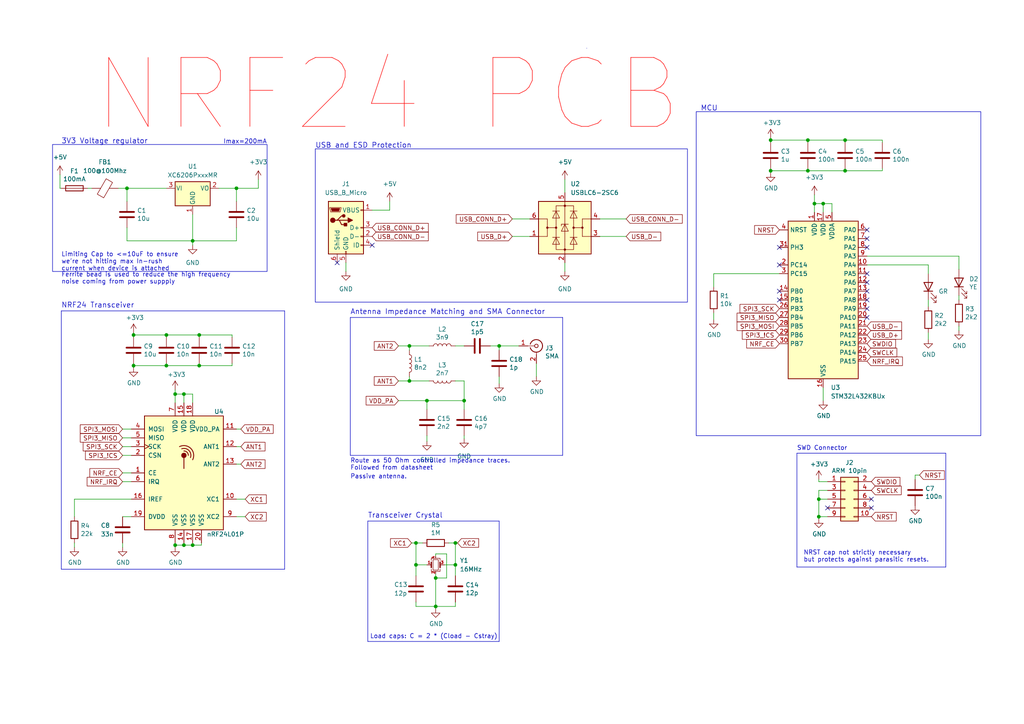
<source format=kicad_sch>
(kicad_sch (version 20230121) (generator eeschema)
  (paper "A4")
  (title_block (title "NRF32_PCB") (company "Shashank Noubade"))
  (lib_symbols
    (symbol "Connector:Conn_Coaxial" (pin_names (offset 1.016) hide)
      (property "Reference" "J" (at 0.254 3.048 0))
      (property "Value" "Conn_Coaxial" (at 2.921 0 90))
      (symbol "Conn_Coaxial_0_1"
        (arc (start -1.778 -0.508) (mid 0.2311 -1.8066) (end 1.778 0) (stroke (width 0.254)))
        (polyline (pts (xy -2.54 0) (xy -0.508 0)))
        (polyline (pts (xy 0 -2.54) (xy 0 -1.778)))
        (circle (center 0 0) (radius 0.508) (stroke (width 0.2032)))
        (arc (start 1.778 0) (mid 0.2099 1.8101) (end -1.778 0.508) (stroke (width 0.254)))
      )
      (symbol "Conn_Coaxial_1_1"
        (pin passive line (at -5.08 0 0) (length 2.54) (name "In") (number "1"))
        (pin passive line (at 0 -5.08 90) (length 2.54) (name "Ext") (number "2"))
      )
    )
    (symbol "Connector:USB_B_Micro" (pin_names (offset 1.016))
      (property "Reference" "J" (at -5.08 11.43 0))
      (property "Value" "USB_B_Micro" (at -5.08 8.89 0))
      (symbol "USB_B_Micro_0_1"
        (rectangle (start -5.08 -7.62) (end 5.08 7.62) (stroke (width 0.254)) (fill (type background)))
        (circle (center -3.81 2.159) (radius 0.635) (stroke (width 0.254)) (fill (type outline)))
        (circle (center -0.635 3.429) (radius 0.381) (stroke (width 0.254)) (fill (type outline)))
        (rectangle (start -0.127 -7.62) (end 0.127 -6.858))
        (polyline (pts (xy -1.905 2.159) (xy 0.635 2.159)) (stroke (width 0.254)))
        (polyline (pts (xy -3.175 2.159) (xy -2.54 2.159) (xy -1.27 3.429) (xy -0.635 3.429)) (stroke (width 0.254)))
        (polyline (pts (xy -2.54 2.159) (xy -1.905 2.159) (xy -1.27 0.889) (xy 0 0.889)) (stroke (width 0.254)))
        (polyline (pts (xy 0.635 2.794) (xy 0.635 1.524) (xy 1.905 2.159) (xy 0.635 2.794)) (stroke (width 0.254)) (fill (type outline)))
        (polyline (pts (xy -4.318 5.588) (xy -1.778 5.588) (xy -2.032 4.826) (xy -4.064 4.826) (xy -4.318 5.588)) (fill (type outline)))
        (polyline (pts (xy -4.699 5.842) (xy -4.699 5.588) (xy -4.445 4.826) (xy -4.445 4.572) (xy -1.651 4.572) (xy -1.651 4.826) (xy -1.397 5.588) (xy -1.397 5.842) (xy -4.699 5.842)))
        (rectangle (start 0.254 1.27) (end -0.508 0.508) (stroke (width 0.254)) (fill (type outline)))
        (rectangle (start 5.08 -5.207) (end 4.318 -4.953))
        (rectangle (start 5.08 -2.667) (end 4.318 -2.413))
        (rectangle (start 5.08 -0.127) (end 4.318 0.127))
        (rectangle (start 5.08 4.953) (end 4.318 5.207))
      )
      (symbol "USB_B_Micro_1_1"
        (pin power_out line (at 7.62 5.08 180) (length 2.54) (name "VBUS") (number "1"))
        (pin bidirectional line (at 7.62 -2.54 180) (length 2.54) (name "D-") (number "2"))
        (pin bidirectional line (at 7.62 0 180) (length 2.54) (name "D+") (number "3"))
        (pin passive line (at 7.62 -5.08 180) (length 2.54) (name "ID") (number "4"))
        (pin power_out line (at 0 -10.16 90) (length 2.54) (name "GND") (number "5"))
        (pin passive line (at -2.54 -10.16 90) (length 2.54) (name "Shield") (number "6"))
      )
    )
    (symbol "Connector_Generic:Conn_02x05_Odd_Even" (pin_names (offset 1.016) hide)
      (property "Reference" "J" (at 1.27 7.62 0))
      (property "Value" "Conn_02x05_Odd_Even" (at 1.27 -7.62 0))
      (symbol "Conn_02x05_Odd_Even_1_1"
        (rectangle (start -1.27 -4.953) (end 0 -5.207) (stroke (width 0.1524)))
        (rectangle (start -1.27 -2.413) (end 0 -2.667) (stroke (width 0.1524)))
        (rectangle (start -1.27 0.127) (end 0 -0.127) (stroke (width 0.1524)))
        (rectangle (start -1.27 2.667) (end 0 2.413) (stroke (width 0.1524)))
        (rectangle (start -1.27 5.207) (end 0 4.953) (stroke (width 0.1524)))
        (rectangle (start -1.27 6.35) (end 3.81 -6.35) (stroke (width 0.254)) (fill (type background)))
        (rectangle (start 3.81 -4.953) (end 2.54 -5.207) (stroke (width 0.1524)))
        (rectangle (start 3.81 -2.413) (end 2.54 -2.667) (stroke (width 0.1524)))
        (rectangle (start 3.81 0.127) (end 2.54 -0.127) (stroke (width 0.1524)))
        (rectangle (start 3.81 2.667) (end 2.54 2.413) (stroke (width 0.1524)))
        (rectangle (start 3.81 5.207) (end 2.54 4.953) (stroke (width 0.1524)))
        (pin passive line (at -5.08 5.08 0) (length 3.81) (name "Pin_1") (number "1"))
        (pin passive line (at 7.62 -5.08 180) (length 3.81) (name "Pin_10") (number "10"))
        (pin passive line (at 7.62 5.08 180) (length 3.81) (name "Pin_2") (number "2"))
        (pin passive line (at -5.08 2.54 0) (length 3.81) (name "Pin_3") (number "3"))
        (pin passive line (at 7.62 2.54 180) (length 3.81) (name "Pin_4") (number "4"))
        (pin passive line (at -5.08 0 0) (length 3.81) (name "Pin_5") (number "5"))
        (pin passive line (at 7.62 0 180) (length 3.81) (name "Pin_6") (number "6"))
        (pin passive line (at -5.08 -2.54 0) (length 3.81) (name "Pin_7") (number "7"))
        (pin passive line (at 7.62 -2.54 180) (length 3.81) (name "Pin_8") (number "8"))
        (pin passive line (at -5.08 -5.08 0) (length 3.81) (name "Pin_9") (number "9"))
      )
    )
    (symbol "Device:C" (pin_numbers hide) (pin_names (offset 0.254))
      (property "Reference" "C" (at 0.635 2.54 0))
      (property "Value" "C" (at 0.635 -2.54 0))
      (symbol "C_0_1"
        (polyline (pts (xy -2.032 -0.762) (xy 2.032 -0.762)) (stroke (width 0.508)))
        (polyline (pts (xy -2.032 0.762) (xy 2.032 0.762)) (stroke (width 0.508)))
      )
      (symbol "C_1_1"
        (pin passive line (at 0 3.81 270) (length 2.794) (name "~") (number "1"))
        (pin passive line (at 0 -3.81 90) (length 2.794) (name "~") (number "2"))
      )
    )
    (symbol "Device:Crystal_GND24_Small" (pin_names (offset 1.016) hide)
      (property "Reference" "Y" (at 1.27 4.445 0))
      (property "Value" "Crystal_GND24_Small" (at 1.27 2.54 0))
      (symbol "Crystal_GND24_Small_0_1"
        (rectangle (start -0.762 -1.524) (end 0.762 1.524))
        (polyline (pts (xy -1.27 -0.762) (xy -1.27 0.762)) (stroke (width 0.381)))
        (polyline (pts (xy 1.27 -0.762) (xy 1.27 0.762)) (stroke (width 0.381)))
        (polyline (pts (xy -1.27 -1.27) (xy -1.27 -1.905) (xy 1.27 -1.905) (xy 1.27 -1.27)))
        (polyline (pts (xy -1.27 1.27) (xy -1.27 1.905) (xy 1.27 1.905) (xy 1.27 1.27)))
      )
      (symbol "Crystal_GND24_Small_1_1"
        (pin passive line (at -2.54 0 0) (length 1.27) (name "1") (number "1"))
        (pin passive line (at 0 -2.54 90) (length 0.635) (name "2") (number "2"))
        (pin passive line (at 2.54 0 180) (length 1.27) (name "3") (number "3"))
        (pin passive line (at 0 2.54 270) (length 0.635) (name "4") (number "4"))
      )
    )
    (symbol "Device:FerriteBead" (pin_numbers hide) (pin_names (offset 0))
      (property "Reference" "FB" (at -3.81 0.635 90))
      (property "Value" "FerriteBead" (at 3.81 0 90))
      (symbol "FerriteBead_0_1"
        (polyline (pts (xy 0 -1.27) (xy 0 -1.2192)))
        (polyline (pts (xy 0 1.27) (xy 0 1.2954)))
        (polyline (pts (xy -2.7686 0.4064) (xy -1.7018 2.2606) (xy 2.7686 -0.3048) (xy 1.6764 -2.159) (xy -2.7686 0.4064)))
      )
      (symbol "FerriteBead_1_1"
        (pin passive line (at 0 3.81 270) (length 2.54) (name "~") (number "1"))
        (pin passive line (at 0 -3.81 90) (length 2.54) (name "~") (number "2"))
      )
    )
    (symbol "Device:Fuse" (pin_numbers hide) (pin_names (offset 0))
      (property "Reference" "F" (at 2.032 0 90))
      (property "Value" "Fuse" (at -1.905 0 90))
      (symbol "Fuse_0_1"
        (rectangle (start -0.762 -2.54) (end 0.762 2.54) (stroke (width 0.254)))
        (polyline (pts (xy 0 2.54) (xy 0 -2.54)))
      )
      (symbol "Fuse_1_1"
        (pin passive line (at 0 3.81 270) (length 1.27) (name "~") (number "1"))
        (pin passive line (at 0 -3.81 90) (length 1.27) (name "~") (number "2"))
      )
    )
    (symbol "Device:L" (pin_numbers hide) (pin_names (offset 1.016) hide)
      (property "Reference" "L" (at -1.27 0 90))
      (property "Value" "L" (at 1.905 0 90))
      (symbol "L_0_1"
        (arc (start 0 -2.54) (mid 0.6323 -1.905) (end 0 -1.27))
        (arc (start 0 -1.27) (mid 0.6323 -0.635) (end 0 0))
        (arc (start 0 0) (mid 0.6323 0.635) (end 0 1.27))
        (arc (start 0 1.27) (mid 0.6323 1.905) (end 0 2.54))
      )
      (symbol "L_1_1"
        (pin passive line (at 0 3.81 270) (length 1.27) (name "1") (number "1"))
        (pin passive line (at 0 -3.81 90) (length 1.27) (name "2") (number "2"))
      )
    )
    (symbol "Device:LED" (pin_numbers hide) (pin_names (offset 1.016) hide)
      (property "Reference" "D" (at 0 2.54 0))
      (property "Value" "LED" (at 0 -2.54 0))
      (symbol "LED_0_1"
        (polyline (pts (xy -1.27 -1.27) (xy -1.27 1.27)) (stroke (width 0.254)))
        (polyline (pts (xy -1.27 0) (xy 1.27 0)))
        (polyline (pts (xy 1.27 -1.27) (xy 1.27 1.27) (xy -1.27 0) (xy 1.27 -1.27)) (stroke (width 0.254)))
        (polyline (pts (xy -3.048 -0.762) (xy -4.572 -2.286) (xy -3.81 -2.286) (xy -4.572 -2.286) (xy -4.572 -1.524)))
        (polyline (pts (xy -1.778 -0.762) (xy -3.302 -2.286) (xy -2.54 -2.286) (xy -3.302 -2.286) (xy -3.302 -1.524)))
      )
      (symbol "LED_1_1"
        (pin passive line (at -3.81 0 0) (length 2.54) (name "K") (number "1"))
        (pin passive line (at 3.81 0 180) (length 2.54) (name "A") (number "2"))
      )
    )
    (symbol "Device:R" (pin_numbers hide) (pin_names (offset 0))
      (property "Reference" "R" (at 2.032 0 90))
      (property "Value" "R" (at 0 0 90))
      (symbol "R_0_1"
        (rectangle (start -1.016 -2.54) (end 1.016 2.54) (stroke (width 0.254)))
      )
      (symbol "R_1_1"
        (pin passive line (at 0 3.81 270) (length 1.27) (name "~") (number "1"))
        (pin passive line (at 0 -3.81 90) (length 1.27) (name "~") (number "2"))
      )
    )
    (symbol "MCU_ST_STM32L4:STM32L432KBUx"
      (property "Reference" "U" (at -10.16 24.13 0))
      (property "Value" "STM32L432KBUx" (at 5.08 24.13 0))
      (symbol "STM32L432KBUx_0_1"
        (rectangle (start -10.16 -22.86) (end 10.16 22.86) (stroke (width 0.254)) (fill (type background)))
      )
      (symbol "STM32L432KBUx_1_1"
        (pin power_in line (at -2.54 25.4 270) (length 2.54) (name "VDD") (number "1"))
        (pin bidirectional line (at 12.7 10.16 180) (length 2.54) (name "PA4") (number "10"))
        (pin bidirectional line (at 12.7 7.62 180) (length 2.54) (name "PA5") (number "11"))
        (pin bidirectional line (at 12.7 5.08 180) (length 2.54) (name "PA6") (number "12"))
        (pin bidirectional line (at 12.7 2.54 180) (length 2.54) (name "PA7") (number "13"))
        (pin bidirectional line (at -12.7 2.54 0) (length 2.54) (name "PB0") (number "14"))
        (pin bidirectional line (at -12.7 0 0) (length 2.54) (name "PB1") (number "15"))
        (pin power_in line (at 0 -25.4 90) (length 2.54) (name "VSS") (number "16"))
        (pin power_in line (at 0 25.4 270) (length 2.54) (name "VDD") (number "17"))
        (pin bidirectional line (at 12.7 0 180) (length 2.54) (name "PA8") (number "18"))
        (pin bidirectional line (at 12.7 -2.54 180) (length 2.54) (name "PA9") (number "19"))
        (pin bidirectional line (at -12.7 10.16 0) (length 2.54) (name "PC14") (number "2"))
        (pin bidirectional line (at 12.7 -5.08 180) (length 2.54) (name "PA10") (number "20"))
        (pin bidirectional line (at 12.7 -7.62 180) (length 2.54) (name "PA11") (number "21"))
        (pin bidirectional line (at 12.7 -10.16 180) (length 2.54) (name "PA12") (number "22"))
        (pin bidirectional line (at 12.7 -12.7 180) (length 2.54) (name "PA13") (number "23"))
        (pin bidirectional line (at 12.7 -15.24 180) (length 2.54) (name "PA14") (number "24"))
        (pin bidirectional line (at 12.7 -17.78 180) (length 2.54) (name "PA15") (number "25"))
        (pin bidirectional line (at -12.7 -2.54 0) (length 2.54) (name "PB3") (number "26"))
        (pin bidirectional line (at -12.7 -5.08 0) (length 2.54) (name "PB4") (number "27"))
        (pin bidirectional line (at -12.7 -7.62 0) (length 2.54) (name "PB5") (number "28"))
        (pin bidirectional line (at -12.7 -10.16 0) (length 2.54) (name "PB6") (number "29"))
        (pin bidirectional line (at -12.7 7.62 0) (length 2.54) (name "PC15") (number "3"))
        (pin bidirectional line (at -12.7 -12.7 0) (length 2.54) (name "PB7") (number "30"))
        (pin bidirectional line (at -12.7 15.24 0) (length 2.54) (name "PH3") (number "31"))
        (pin passive line (at 0 -25.4 90) (length 2.54) hide (name "VSS") (number "32"))
        (pin passive line (at 0 -25.4 90) (length 2.54) hide (name "VSS") (number "33"))
        (pin input line (at -12.7 20.32 0) (length 2.54) (name "NRST") (number "4"))
        (pin power_in line (at 2.54 25.4 270) (length 2.54) (name "VDDA") (number "5"))
        (pin bidirectional line (at 12.7 20.32 180) (length 2.54) (name "PA0") (number "6"))
        (pin bidirectional line (at 12.7 17.78 180) (length 2.54) (name "PA1") (number "7"))
        (pin bidirectional line (at 12.7 15.24 180) (length 2.54) (name "PA2") (number "8"))
        (pin bidirectional line (at 12.7 12.7 180) (length 2.54) (name "PA3") (number "9"))
      )
    )
    (symbol "Power_Protection:USBLC6-2SC6" (pin_names hide)
      (property "Reference" "U" (at 2.54 8.89 0))
      (property "Value" "USBLC6-2SC6" (at 2.54 -8.89 0))
      (symbol "USBLC6-2SC6_0_1"
        (rectangle (start -7.62 -7.62) (end 7.62 7.62) (stroke (width 0.254)) (fill (type background)))
        (circle (center -5.08 0) (radius 0.254) (fill (type outline)))
        (circle (center -2.54 0) (radius 0.254) (fill (type outline)))
        (rectangle (start -2.54 6.35) (end 2.54 -6.35))
        (circle (center 0 -6.35) (radius 0.254) (fill (type outline)))
        (polyline (pts (xy -5.08 -2.54) (xy -7.62 -2.54)))
        (polyline (pts (xy -5.08 0) (xy -5.08 -2.54)))
        (polyline (pts (xy -5.08 2.54) (xy -7.62 2.54)))
        (polyline (pts (xy -1.524 -2.794) (xy -3.556 -2.794)))
        (polyline (pts (xy -1.524 4.826) (xy -3.556 4.826)))
        (polyline (pts (xy 0 -7.62) (xy 0 -6.35)))
        (polyline (pts (xy 0 -6.35) (xy 0 1.27)))
        (polyline (pts (xy 0 1.27) (xy 0 6.35)))
        (polyline (pts (xy 0 6.35) (xy 0 7.62)))
        (polyline (pts (xy 1.524 -2.794) (xy 3.556 -2.794)))
        (polyline (pts (xy 1.524 4.826) (xy 3.556 4.826)))
        (polyline (pts (xy 5.08 -2.54) (xy 7.62 -2.54)))
        (polyline (pts (xy 5.08 0) (xy 5.08 -2.54)))
        (polyline (pts (xy 5.08 2.54) (xy 7.62 2.54)))
        (polyline (pts (xy -2.54 0) (xy -5.08 0) (xy -5.08 2.54)))
        (polyline (pts (xy 2.54 0) (xy 5.08 0) (xy 5.08 2.54)))
        (polyline (pts (xy -3.556 -4.826) (xy -1.524 -4.826) (xy -2.54 -2.794) (xy -3.556 -4.826)))
        (polyline (pts (xy -3.556 2.794) (xy -1.524 2.794) (xy -2.54 4.826) (xy -3.556 2.794)))
        (polyline (pts (xy -1.016 -1.016) (xy 1.016 -1.016) (xy 0 1.016) (xy -1.016 -1.016)))
        (polyline (pts (xy 1.016 1.016) (xy 0.762 1.016) (xy -1.016 1.016) (xy -1.016 0.508)))
        (polyline (pts (xy 3.556 -4.826) (xy 1.524 -4.826) (xy 2.54 -2.794) (xy 3.556 -4.826)))
        (polyline (pts (xy 3.556 2.794) (xy 1.524 2.794) (xy 2.54 4.826) (xy 3.556 2.794)))
        (circle (center 0 6.35) (radius 0.254) (fill (type outline)))
        (circle (center 2.54 0) (radius 0.254) (fill (type outline)))
        (circle (center 5.08 0) (radius 0.254) (fill (type outline)))
      )
      (symbol "USBLC6-2SC6_1_1"
        (pin passive line (at -10.16 -2.54 0) (length 2.54) (name "I/O1") (number "1"))
        (pin passive line (at 0 -10.16 90) (length 2.54) (name "GND") (number "2"))
        (pin passive line (at 10.16 -2.54 180) (length 2.54) (name "I/O2") (number "3"))
        (pin passive line (at 10.16 2.54 180) (length 2.54) (name "I/O2") (number "4"))
        (pin passive line (at 0 10.16 270) (length 2.54) (name "VBUS") (number "5"))
        (pin passive line (at -10.16 2.54 0) (length 2.54) (name "I/O1") (number "6"))
      )
    )
    (symbol "RF:nRF24L01P" (pin_names (offset 1.016))
      (property "Reference" "U" (at -11.43 17.78 0))
      (property "Value" "nRF24L01P" (at 5.08 17.78 0))
      (symbol "nRF24L01P_0_1"
        (rectangle (start -11.43 16.51) (end 11.43 -16.51) (stroke (width 0.254)) (fill (type background)))
        (polyline (pts (xy 0 4.445) (xy 0 1.27)) (stroke (width 0.254)))
        (circle (center 0 5.08) (radius 0.635) (stroke (width 0.254)) (fill (type outline)))
        (arc (start 1.27 5.08) (mid 0.9071 5.9946) (end 0 6.35) (stroke (width 0.254)))
        (arc (start 1.905 4.445) (mid 1.4313 6.5254) (end -0.635 6.985) (stroke (width 0.254)))
        (arc (start 2.54 3.81) (mid 2.008 7.088) (end -1.27 7.62) (stroke (width 0.254)))
        (rectangle (start 11.43 -13.97) (end 11.43 -13.97))
      )
      (symbol "nRF24L01P_1_1"
        (pin input line (at -15.24 0 0) (length 3.81) (name "CE") (number "1"))
        (pin passive line (at 15.24 -7.62 180) (length 3.81) (name "XC1") (number "10"))
        (pin power_out line (at 15.24 12.7 180) (length 3.81) (name "VDD_PA") (number "11"))
        (pin passive line (at 15.24 7.62 180) (length 3.81) (name "ANT1") (number "12"))
        (pin passive line (at 15.24 2.54 180) (length 3.81) (name "ANT2") (number "13"))
        (pin power_in line (at 0 -20.32 90) (length 3.81) (name "VSS") (number "14"))
        (pin power_in line (at 0 20.32 270) (length 3.81) (name "VDD") (number "15"))
        (pin passive line (at -15.24 -7.62 0) (length 3.81) (name "IREF") (number "16"))
        (pin power_in line (at 2.54 -20.32 90) (length 3.81) (name "VSS") (number "17"))
        (pin power_in line (at 2.54 20.32 270) (length 3.81) (name "VDD") (number "18"))
        (pin power_out line (at -15.24 -12.7 0) (length 3.81) (name "DVDD") (number "19"))
        (pin input line (at -15.24 5.08 0) (length 3.81) (name "CSN") (number "2"))
        (pin power_in line (at 5.08 -20.32 90) (length 3.81) (name "VSS") (number "20"))
        (pin input clock (at -15.24 7.62 0) (length 3.81) (name "SCK") (number "3"))
        (pin input line (at -15.24 12.7 0) (length 3.81) (name "MOSI") (number "4"))
        (pin output line (at -15.24 10.16 0) (length 3.81) (name "MISO") (number "5"))
        (pin output line (at -15.24 -2.54 0) (length 3.81) (name "IRQ") (number "6"))
        (pin power_in line (at -2.54 20.32 270) (length 3.81) (name "VDD") (number "7"))
        (pin power_in line (at -2.54 -20.32 90) (length 3.81) (name "VSS") (number "8"))
        (pin passive line (at 15.24 -12.7 180) (length 3.81) (name "XC2") (number "9"))
      )
    )
    (symbol "Regulator_Linear:XC6206PxxxMR" (pin_names (offset 0.254))
      (property "Reference" "U" (at -3.81 3.175 0))
      (property "Value" "XC6206PxxxMR" (at 0 3.175 0))
      (symbol "XC6206PxxxMR_0_1"
        (rectangle (start -5.08 1.905) (end 5.08 -5.08) (stroke (width 0.254)) (fill (type background)))
      )
      (symbol "XC6206PxxxMR_1_1"
        (pin power_in line (at 0 -7.62 90) (length 2.54) (name "GND") (number "1"))
        (pin power_out line (at 7.62 0 180) (length 2.54) (name "VO") (number "2"))
        (pin power_in line (at -7.62 0 0) (length 2.54) (name "VI") (number "3"))
      )
    )
    (symbol "power:+3V3" (power) (pin_names (offset 0))
      (property "Value" "+3V3" (at 0 3.556 0))
      (symbol "+3V3_0_1"
        (polyline (pts (xy -0.762 1.27) (xy 0 2.54)))
        (polyline (pts (xy 0 0) (xy 0 2.54)))
        (polyline (pts (xy 0 2.54) (xy 0.762 1.27)))
      )
      (symbol "+3V3_1_1"
        (pin power_in line (at 0 0 90) (length 0) hide (name "+3V3") (number "1"))
      )
    )
    (symbol "power:+5V" (power) (pin_names (offset 0))
      (property "Value" "+5V" (at 0 3.556 0))
      (symbol "+5V_0_1"
        (polyline (pts (xy -0.762 1.27) (xy 0 2.54)))
        (polyline (pts (xy 0 0) (xy 0 2.54)))
        (polyline (pts (xy 0 2.54) (xy 0.762 1.27)))
      )
      (symbol "+5V_1_1"
        (pin power_in line (at 0 0 90) (length 0) hide (name "+5V") (number "1"))
      )
    )
    (symbol "power:GND" (power) (pin_names (offset 0))
      (property "Value" "GND" (at 0 -3.81 0))
      (symbol "GND_0_1"
        (polyline (pts (xy 0 0) (xy 0 -1.27) (xy 1.27 -1.27) (xy 0 -2.54) (xy -1.27 -1.27) (xy 0 -1.27)))
      )
      (symbol "GND_1_1"
        (pin power_in line (at 0 0 270) (length 0) hide (name "GND") (number "1"))
      )
    )
  )
  (junction (at 234.315 40.64))
  (junction (at 53.34 114.3))
  (junction (at 53.34 158.115))
  (junction (at 55.88 69.85))
  (junction (at 237.49 149.86))
  (junction (at 126.365 175.895))
  (junction (at 68.58 54.61))
  (junction (at 245.11 49.53))
  (junction (at 123.825 116.205))
  (junction (at 126.365 167.64))
  (junction (at 57.785 97.155))
  (junction (at 120.65 163.83))
  (junction (at 57.785 106.045))
  (junction (at 118.745 110.49))
  (junction (at 132.08 157.48))
  (junction (at 237.49 144.78))
  (junction (at 134.62 116.205))
  (junction (at 223.52 49.53))
  (junction (at 223.52 40.64))
  (junction (at 38.735 97.155))
  (junction (at 38.735 106.045))
  (junction (at 234.315 49.53))
  (junction (at 132.08 163.83))
  (junction (at 120.65 157.48))
  (junction (at 50.8 158.115))
  (junction (at 245.11 40.64))
  (junction (at 36.83 54.61))
  (junction (at 48.26 106.045))
  (junction (at 118.745 100.33))
  (junction (at 55.88 158.115))
  (junction (at 50.8 114.3))
  (junction (at 236.22 59.055))
  (junction (at 48.26 97.155))
  (junction (at 238.76 59.055))
  (junction (at 144.78 100.33))
  (no_connect (at 107.95 71.12))
  (no_connect (at 97.79 76.2))
  (no_connect (at 226.06 84.455))
  (no_connect (at 252.73 147.32))
  (no_connect (at 251.46 89.535))
  (no_connect (at 251.46 92.075))
  (no_connect (at 251.46 66.675))
  (no_connect (at 226.06 76.835))
  (no_connect (at 251.46 79.375))
  (no_connect (at 226.06 71.755))
  (no_connect (at 251.46 71.755))
  (no_connect (at 252.73 144.78))
  (no_connect (at 251.46 86.995))
  (no_connect (at 251.46 84.455))
  (no_connect (at 226.06 86.995))
  (no_connect (at 251.46 81.915))
  (no_connect (at 240.03 147.32))
  (no_connect (at 251.46 69.215))
  (wire (pts (xy 17.399 54.61) (xy 17.78 54.61)))
  (wire (pts (xy 100.33 76.2) (xy 100.33 78.74)))
  (wire (pts (xy 115.57 100.33) (xy 118.745 100.33)))
  (wire (pts (xy 25.4 54.61) (xy 26.67 54.61)))
  (wire (pts (xy 58.42 157.48) (xy 58.42 158.115)))
  (wire (pts (xy 269.24 76.835) (xy 269.24 79.375)))
  (wire (pts (xy 35.56 129.54) (xy 38.1 129.54)))
  (wire (pts (xy 69.85 124.46) (xy 68.58 124.46)))
  (wire (pts (xy 245.11 40.64) (xy 234.315 40.64)))
  (wire (pts (xy 132.715 157.48) (xy 132.08 157.48)))
  (wire (pts (xy 173.99 68.58) (xy 181.61 68.58)))
  (wire (pts (xy 134.62 110.49) (xy 132.08 110.49)))
  (wire (pts (xy 269.24 88.9) (xy 269.24 86.995)))
  (wire (pts (xy 124.46 100.33) (xy 118.745 100.33)))
  (wire (pts (xy 69.85 129.54) (xy 68.58 129.54)))
  (wire (pts (xy 123.825 118.745) (xy 123.825 116.205)))
  (wire (pts (xy 207.01 79.375) (xy 207.01 83.185)))
  (polyline (pts (xy 17.78 165.1) (xy 82.55 165.1)))
  (wire (pts (xy 150.495 100.33) (xy 144.78 100.33)))
  (wire (pts (xy 36.83 66.04) (xy 36.83 69.85)))
  (wire (pts (xy 132.08 167.005) (xy 132.08 163.83)))
  (wire (pts (xy 38.735 97.79) (xy 38.735 97.155)))
  (wire (pts (xy 234.315 40.64) (xy 223.52 40.64)))
  (wire (pts (xy 50.8 158.115) (xy 50.8 157.48)))
  (wire (pts (xy 266.7 137.795) (xy 265.43 137.795)))
  (wire (pts (xy 53.34 157.48) (xy 53.34 158.115)))
  (wire (pts (xy 123.825 116.205) (xy 134.62 116.205)))
  (wire (pts (xy 134.62 110.49) (xy 134.62 116.205)))
  (wire (pts (xy 148.59 68.58) (xy 153.67 68.58)))
  (wire (pts (xy 38.735 106.045) (xy 48.26 106.045)))
  (wire (pts (xy 48.26 105.41) (xy 48.26 106.045)))
  (wire (pts (xy 144.78 109.22) (xy 144.78 111.252)))
  (polyline (pts (xy 231.14 164.465) (xy 274.32 164.465)))
  (wire (pts (xy 55.88 62.23) (xy 55.88 69.85)))
  (wire (pts (xy 50.8 114.3) (xy 50.8 113.03)))
  (wire (pts (xy 21.59 144.78) (xy 38.1 144.78)))
  (polyline (pts (xy 101.6 92.075) (xy 163.195 92.075)))
  (wire (pts (xy 55.88 158.115) (xy 53.34 158.115)))
  (wire (pts (xy 67.31 97.79) (xy 67.31 97.155)))
  (wire (pts (xy 241.3 59.055) (xy 238.76 59.055)))
  (wire (pts (xy 57.785 97.79) (xy 57.785 97.155)))
  (wire (pts (xy 35.56 127) (xy 38.1 127)))
  (wire (pts (xy 237.49 150.495) (xy 237.49 149.86)))
  (wire (pts (xy 278.13 85.725) (xy 278.13 86.995)))
  (wire (pts (xy 223.52 41.275) (xy 223.52 40.64)))
  (wire (pts (xy 35.56 139.7) (xy 38.1 139.7)))
  (wire (pts (xy 163.83 52.07) (xy 163.83 55.88)))
  (wire (pts (xy 68.58 58.42) (xy 68.58 54.61)))
  (wire (pts (xy 223.52 40.64) (xy 223.52 40.005)))
  (wire (pts (xy 245.11 48.895) (xy 245.11 49.53)))
  (wire (pts (xy 48.26 97.79) (xy 48.26 97.155)))
  (wire (pts (xy 255.905 48.895) (xy 255.905 49.53)))
  (wire (pts (xy 237.49 139.065) (xy 237.49 139.7)))
  (wire (pts (xy 238.76 112.395) (xy 238.76 116.205)))
  (wire (pts (xy 120.65 163.83) (xy 120.65 167.005)))
  (wire (pts (xy 67.31 106.045) (xy 67.31 105.41)))
  (wire (pts (xy 134.62 100.33) (xy 132.08 100.33)))
  (wire (pts (xy 35.56 158.75) (xy 35.56 157.48)))
  (wire (pts (xy 237.49 142.24) (xy 240.03 142.24)))
  (wire (pts (xy 278.13 78.105) (xy 278.13 74.295)))
  (wire (pts (xy 50.8 114.3) (xy 50.8 116.84)))
  (wire (pts (xy 237.49 144.78) (xy 237.49 142.24)))
  (wire (pts (xy 55.88 157.48) (xy 55.88 158.115)))
  (wire (pts (xy 236.22 59.055) (xy 236.22 61.595)))
  (wire (pts (xy 57.785 106.045) (xy 67.31 106.045)))
  (wire (pts (xy 36.83 69.85) (xy 55.88 69.85)))
  (wire (pts (xy 35.56 132.08) (xy 38.1 132.08)))
  (wire (pts (xy 48.26 106.045) (xy 57.785 106.045)))
  (wire (pts (xy 38.735 106.045) (xy 38.735 105.41)))
  (wire (pts (xy 21.59 158.75) (xy 21.59 157.48)))
  (wire (pts (xy 226.06 79.375) (xy 207.01 79.375)))
  (wire (pts (xy 55.88 116.84) (xy 55.88 114.3)))
  (wire (pts (xy 251.46 76.835) (xy 269.24 76.835)))
  (wire (pts (xy 255.905 41.275) (xy 255.905 40.64)))
  (wire (pts (xy 278.13 94.615) (xy 278.13 95.885)))
  (polyline (pts (xy 144.78 151.13) (xy 144.78 186.055)))
  (polyline (pts (xy 17.78 90.17) (xy 82.55 90.17)))
  (wire (pts (xy 269.24 96.52) (xy 269.24 98.425)))
  (polyline (pts (xy 17.78 165.1) (xy 17.78 90.17)))
  (wire (pts (xy 130.175 157.48) (xy 132.08 157.48)))
  (wire (pts (xy 58.42 158.115) (xy 55.88 158.115)))
  (wire (pts (xy 238.76 59.055) (xy 236.22 59.055)))
  (wire (pts (xy 163.83 76.2) (xy 163.83 78.74)))
  (wire (pts (xy 113.03 60.96) (xy 107.95 60.96)))
  (wire (pts (xy 237.49 139.7) (xy 240.03 139.7)))
  (wire (pts (xy 71.12 149.86) (xy 68.58 149.86)))
  (wire (pts (xy 128.905 163.83) (xy 132.08 163.83)))
  (wire (pts (xy 119.38 157.48) (xy 120.65 157.48)))
  (wire (pts (xy 68.58 54.61) (xy 74.93 54.61)))
  (wire (pts (xy 132.08 157.48) (xy 132.08 163.83)))
  (wire (pts (xy 237.49 149.86) (xy 237.49 144.78)))
  (wire (pts (xy 129.54 160.655) (xy 129.54 167.64)))
  (wire (pts (xy 115.57 110.49) (xy 118.745 110.49)))
  (wire (pts (xy 236.22 56.515) (xy 236.22 59.055)))
  (wire (pts (xy 21.59 149.86) (xy 21.59 144.78)))
  (wire (pts (xy 255.905 40.64) (xy 245.11 40.64)))
  (wire (pts (xy 238.76 61.595) (xy 238.76 59.055)))
  (wire (pts (xy 265.43 137.795) (xy 265.43 139.065)))
  (wire (pts (xy 35.56 124.46) (xy 38.1 124.46)))
  (wire (pts (xy 120.65 157.48) (xy 120.65 163.83)))
  (wire (pts (xy 123.825 116.205) (xy 115.57 116.205)))
  (wire (pts (xy 134.62 126.365) (xy 134.62 127.254)))
  (wire (pts (xy 132.08 175.895) (xy 132.08 174.625)))
  (wire (pts (xy 53.34 158.115) (xy 50.8 158.115)))
  (wire (pts (xy 255.905 49.53) (xy 245.11 49.53)))
  (polyline (pts (xy 106.68 151.13) (xy 144.78 151.13)))
  (wire (pts (xy 241.3 61.595) (xy 241.3 59.055)))
  (wire (pts (xy 68.58 66.04) (xy 68.58 69.85)))
  (wire (pts (xy 126.365 167.64) (xy 126.365 175.895)))
  (wire (pts (xy 122.555 157.48) (xy 120.65 157.48)))
  (wire (pts (xy 69.85 134.62) (xy 68.58 134.62)))
  (wire (pts (xy 53.34 114.3) (xy 53.34 116.84)))
  (wire (pts (xy 126.365 175.895) (xy 132.08 175.895)))
  (wire (pts (xy 35.56 137.16) (xy 38.1 137.16)))
  (polyline (pts (xy 231.14 164.465) (xy 231.14 131.445)))
  (wire (pts (xy 223.52 50.165) (xy 223.52 49.53)))
  (wire (pts (xy 148.59 63.5) (xy 153.67 63.5)))
  (wire (pts (xy 126.365 160.655) (xy 129.54 160.655)))
  (wire (pts (xy 234.315 41.275) (xy 234.315 40.64)))
  (wire (pts (xy 57.785 97.155) (xy 48.26 97.155)))
  (wire (pts (xy 134.62 116.205) (xy 134.62 118.745)))
  (wire (pts (xy 57.785 105.41) (xy 57.785 106.045)))
  (wire (pts (xy 55.88 114.3) (xy 53.34 114.3)))
  (polyline (pts (xy 82.55 90.17) (xy 82.55 165.1)))
  (wire (pts (xy 36.83 54.61) (xy 48.26 54.61)))
  (wire (pts (xy 53.34 114.3) (xy 50.8 114.3)))
  (wire (pts (xy 55.88 69.85) (xy 55.88 71.12)))
  (wire (pts (xy 38.735 106.68) (xy 38.735 106.045)))
  (wire (pts (xy 113.03 58.42) (xy 113.03 60.96)))
  (wire (pts (xy 223.52 49.53) (xy 223.52 48.895)))
  (wire (pts (xy 123.825 126.365) (xy 123.825 128.016)))
  (wire (pts (xy 245.11 41.275) (xy 245.11 40.64)))
  (wire (pts (xy 278.13 74.295) (xy 251.46 74.295)))
  (wire (pts (xy 71.12 144.78) (xy 68.58 144.78)))
  (wire (pts (xy 36.83 54.61) (xy 36.83 58.42)))
  (wire (pts (xy 126.365 175.895) (xy 120.65 175.895)))
  (wire (pts (xy 50.8 158.75) (xy 50.8 158.115)))
  (wire (pts (xy 126.365 176.53) (xy 126.365 175.895)))
  (wire (pts (xy 173.99 63.5) (xy 181.61 63.5)))
  (wire (pts (xy 48.26 97.155) (xy 38.735 97.155)))
  (wire (pts (xy 234.315 49.53) (xy 223.52 49.53)))
  (polyline (pts (xy 106.68 186.055) (xy 106.68 151.13)))
  (polyline (pts (xy 101.6 132.08) (xy 163.195 132.08)))
  (wire (pts (xy 120.65 163.83) (xy 123.825 163.83)))
  (wire (pts (xy 129.54 167.64) (xy 126.365 167.64)))
  (wire (pts (xy 118.745 110.49) (xy 118.745 109.22)))
  (wire (pts (xy 38.735 97.155) (xy 38.735 96.52)))
  (wire (pts (xy 245.11 49.53) (xy 234.315 49.53)))
  (wire (pts (xy 126.365 161.29) (xy 126.365 160.655)))
  (wire (pts (xy 155.575 105.41) (xy 155.575 109.22)))
  (wire (pts (xy 17.399 50.673) (xy 17.399 54.61)))
  (wire (pts (xy 74.93 54.61) (xy 74.93 52.07)))
  (wire (pts (xy 234.315 48.895) (xy 234.315 49.53)))
  (polyline (pts (xy 163.195 132.08) (xy 163.195 92.075)))
  (wire (pts (xy 67.31 97.155) (xy 57.785 97.155)))
  (wire (pts (xy 144.78 101.6) (xy 144.78 100.33)))
  (wire (pts (xy 144.78 100.33) (xy 142.24 100.33)))
  (wire (pts (xy 63.5 54.61) (xy 68.58 54.61)))
  (polyline (pts (xy 274.32 131.445) (xy 274.32 164.465)))
  (wire (pts (xy 124.46 110.49) (xy 118.745 110.49)))
  (polyline (pts (xy 231.14 131.445) (xy 274.32 131.445)))
  (wire (pts (xy 118.745 100.33) (xy 118.745 101.6)))
  (wire (pts (xy 126.365 166.37) (xy 126.365 167.64)))
  (polyline (pts (xy 106.68 186.055) (xy 144.78 186.055)))
  (wire (pts (xy 237.49 144.78) (xy 240.03 144.78)))
  (wire (pts (xy 240.03 149.86) (xy 237.49 149.86)))
  (wire (pts (xy 207.01 92.71) (xy 207.01 90.805)))
  (wire (pts (xy 120.65 175.895) (xy 120.65 174.625)))
  (wire (pts (xy 34.29 54.61) (xy 36.83 54.61)))
  (wire (pts (xy 68.58 69.85) (xy 55.88 69.85)))
  (wire (pts (xy 35.56 149.86) (xy 38.1 149.86)))
  (polyline (pts (xy 101.6 132.08) (xy 101.6 92.075)))
  (rectangle (start 170.18 13.97) (end 170.18 13.97))
  (rectangle (start 201.93 32.385) (end 284.48 126.365))
  (rectangle (start 91.44 43.18) (end 199.39 87.63))
  (rectangle (start 15.24 41.91) (end 77.47 78.74))
  (text "3V3 Voltage regulator\n" (at 17.78 41.91 0) (effects (font (size 1.5 1.5)) (justify left bottom)))
  (text "Antenna Impedance Matching and SMA Connector" (at 101.6 91.44 0) (effects (font (size 1.5 1.5)) (justify left bottom)))
  (text "Load caps: C = 2 * (Cload - Cstray)" (at 107.315 185.42 0) (effects (font (size 1.27 1.27)) (justify left bottom)))
  (text "Passive antenna." (at 101.6 139.065 0) (effects (font (size 1.27 1.27)) (justify left bottom)))
  (text "Ferrite bead is used to reduce the high frequency \nnoise coming from power suppply\n" (at 17.78 82.55 0) (effects (font (size 1.27 1.27)) (justify left bottom)))
  (text "Route as 50 Ohm controlled impedance traces.\nFollowed from datasheet\n" (at 101.6 136.525 0) (effects (font (size 1.27 1.27)) (justify left bottom)))
  (text "MCU\n" (at 203.2 32.385 0) (effects (font (size 1.5 1.5)) (justify left bottom)))
  (text "NRF24 PCB\n" (at 26.67 39.37 0) (effects (font (size 20 20)) (justify left bottom)))
  (text "USB and ESD Protection\n" (at 91.44 43.18 0) (effects (font (size 1.5 1.5)) (justify left bottom)))
  (text "Limiting Cap to <=10uF to ensure \nwe're not hitting max In-rush \ncurrent when device is attached\n" (at 17.78 78.74 0) (effects (font (size 1.27 1.27)) (justify left bottom)))
  (text "NRST cap not strictly necessary\nbut protects against parasitic resets." (at 233.045 163.195 0) (effects (font (size 1.27 1.27)) (justify left bottom)))
  (text "Transceiver Crystal" (at 106.68 150.495 0) (effects (font (size 1.5 1.5)) (justify left bottom)))
  (text "Imax=200mA" (at 64.77 41.91 0) (effects (font (size 1.27 1.27)) (justify left bottom)))
  (text "SWD Connector" (at 231.14 130.81 0) (effects (font (size 1.27 1.27)) (justify left bottom)))
  (text "NRF24 Transceiver" (at 17.78 89.535 0) (effects (font (size 1.5 1.5)) (justify left bottom)))
  (global_label "NRF_CE" (shape input) (at 226.06 99.695 180) (property "Intersheetrefs" "${INTERSHEET_REFS}" (effects hide)))
  (global_label "XC2" (shape input) (at 132.715 157.48 0) (property "Intersheetrefs" "${INTERSHEET_REFS}" (effects hide)))
  (global_label "VDD_PA" (shape input) (at 69.85 124.46 0) (property "Intersheetrefs" "${INTERSHEET_REFS}" (effects hide)))
  (global_label "USB_D-" (shape input) (at 251.46 94.615 0) (property "Intersheetrefs" "${INTERSHEET_REFS}" (effects hide)))
  (global_label "SWCLK" (shape input) (at 252.73 142.24 0) (property "Intersheetrefs" "${INTERSHEET_REFS}" (effects hide)))
  (global_label "SPI3_MISO" (shape input) (at 35.56 127 180) (property "Intersheetrefs" "${INTERSHEET_REFS}" (effects hide)))
  (global_label "NRST" (shape input) (at 226.06 66.675 180) (property "Intersheetrefs" "${INTERSHEET_REFS}" (effects hide)))
  (global_label "USB_D+" (shape input) (at 251.46 97.155 0) (property "Intersheetrefs" "${INTERSHEET_REFS}" (effects hide)))
  (global_label "NRF_CE" (shape input) (at 35.56 137.16 180) (property "Intersheetrefs" "${INTERSHEET_REFS}" (effects hide)))
  (global_label "VDD_PA" (shape input) (at 115.57 116.205 180) (property "Intersheetrefs" "${INTERSHEET_REFS}" (effects hide)))
  (global_label "USB_CONN_D-" (shape input) (at 181.61 63.5 0) (property "Intersheetrefs" "${INTERSHEET_REFS}" (effects hide)))
  (global_label "SPI3_!CS" (shape input) (at 226.06 97.155 180) (property "Intersheetrefs" "${INTERSHEET_REFS}" (effects hide)))
  (global_label "NRF_IRQ" (shape input) (at 251.46 104.775 0) (property "Intersheetrefs" "${INTERSHEET_REFS}" (effects hide)))
  (global_label "XC2" (shape input) (at 71.12 149.86 0) (property "Intersheetrefs" "${INTERSHEET_REFS}" (effects hide)))
  (global_label "SWDIO" (shape input) (at 251.46 99.695 0) (property "Intersheetrefs" "${INTERSHEET_REFS}" (effects hide)))
  (global_label "SWCLK" (shape input) (at 251.46 102.235 0) (property "Intersheetrefs" "${INTERSHEET_REFS}" (effects hide)))
  (global_label "XC1" (shape input) (at 119.38 157.48 180) (property "Intersheetrefs" "${INTERSHEET_REFS}" (effects hide)))
  (global_label "NRF_IRQ" (shape input) (at 35.56 139.7 180) (property "Intersheetrefs" "${INTERSHEET_REFS}" (effects hide)))
  (global_label "SWDIO" (shape input) (at 252.73 139.7 0) (property "Intersheetrefs" "${INTERSHEET_REFS}" (effects hide)))
  (global_label "USB_CONN_D-" (shape input) (at 107.95 68.58 0) (property "Intersheetrefs" "${INTERSHEET_REFS}" (effects hide)))
  (global_label "NRST" (shape input) (at 266.7 137.795 0) (property "Intersheetrefs" "${INTERSHEET_REFS}" (effects hide)))
  (global_label "SPI3_SCK" (shape input) (at 35.56 129.54 180) (property "Intersheetrefs" "${INTERSHEET_REFS}" (effects hide)))
  (global_label "ANT2" (shape input) (at 115.57 100.33 180) (property "Intersheetrefs" "${INTERSHEET_REFS}" (effects hide)))
  (global_label "ANT2" (shape input) (at 69.85 134.62 0) (property "Intersheetrefs" "${INTERSHEET_REFS}" (effects hide)))
  (global_label "SPI3_SCK" (shape input) (at 226.06 89.535 180) (property "Intersheetrefs" "${INTERSHEET_REFS}" (effects hide)))
  (global_label "USB_CONN_D+" (shape input) (at 107.95 66.04 0) (property "Intersheetrefs" "${INTERSHEET_REFS}" (effects hide)))
  (global_label "USB_D+" (shape input) (at 148.59 68.58 180) (property "Intersheetrefs" "${INTERSHEET_REFS}" (effects hide)))
  (global_label "SPI3_!CS" (shape input) (at 35.56 132.08 180) (property "Intersheetrefs" "${INTERSHEET_REFS}" (effects hide)))
  (global_label "ANT1" (shape input) (at 115.57 110.49 180) (property "Intersheetrefs" "${INTERSHEET_REFS}" (effects hide)))
  (global_label "SPI3_MOSI" (shape input) (at 226.06 94.615 180) (property "Intersheetrefs" "${INTERSHEET_REFS}" (effects hide)))
  (global_label "SPI3_MOSI" (shape input) (at 35.56 124.46 180) (property "Intersheetrefs" "${INTERSHEET_REFS}" (effects hide)))
  (global_label "USB_D-" (shape input) (at 181.61 68.58 0) (property "Intersheetrefs" "${INTERSHEET_REFS}" (effects hide)))
  (global_label "NRST" (shape input) (at 252.73 149.86 0) (property "Intersheetrefs" "${INTERSHEET_REFS}" (effects hide)))
  (global_label "ANT1" (shape input) (at 69.85 129.54 0) (property "Intersheetrefs" "${INTERSHEET_REFS}" (effects hide)))
  (global_label "XC1" (shape input) (at 71.12 144.78 0) (property "Intersheetrefs" "${INTERSHEET_REFS}" (effects hide)))
  (global_label "USB_CONN_D+" (shape input) (at 148.59 63.5 180) (property "Intersheetrefs" "${INTERSHEET_REFS}" (effects hide)))
  (global_label "SPI3_MISO" (shape input) (at 226.06 92.075 180) (property "Intersheetrefs" "${INTERSHEET_REFS}" (effects hide)))
  (symbol (lib_id "power:GND") (at 126.365 176.53 0) (unit 1)
    (property "Reference" "#PWR024" (effects hide))
    (property "Value" "GND" (at 126.492 180.9242 0))
  )
  (symbol (lib_id "Device:C") (at 265.43 142.875 0) (unit 1)
    (property "Reference" "C7" (at 268.351 141.7066 0) (effects (justify left)))
    (property "Value" "100n" (at 268.351 144.018 0) (effects (justify left)))
    (property "Footprint" "Capacitor_SMD:C_0402_1005Metric" (effects hide))
  )
  (symbol (lib_id "power:GND") (at 144.78 111.252 0) (unit 1)
    (property "Reference" "#PWR027" (effects hide))
    (property "Value" "GND" (at 144.907 115.6462 0))
  )
  (symbol (lib_id "power:+5V") (at 113.03 58.42 0) (unit 1)
    (property "Reference" "#PWR04" (effects hide))
    (property "Value" "+5V" (at 113.03 53.34 0))
  )
  (symbol (lib_id "power:GND") (at 237.49 150.495 0) (unit 1)
    (property "Reference" "#PWR016" (effects hide))
    (property "Value" "GND" (at 237.617 154.8892 0))
  )
  (symbol (lib_id "power:+3V3") (at 223.52 40.005 0) (unit 1)
    (property "Reference" "#PWR09" (effects hide))
    (property "Value" "+3V3" (at 223.901 35.6108 0))
  )
  (symbol (lib_id "Device:L") (at 128.27 100.33 90) (unit 1)
    (property "Reference" "L2" (at 128.27 95.504 90))
    (property "Value" "3n9" (at 128.27 97.8154 90))
    (property "Footprint" "Inductor_SMD:L_0402_1005Metric" (effects hide))
  )
  (symbol (lib_id "power:GND") (at 155.575 109.22 0) (unit 1)
    (property "Reference" "#PWR028" (effects hide))
    (property "Value" "GND" (at 155.702 113.6142 0))
  )
  (symbol (lib_id "Device:C") (at 123.825 122.555 180) (unit 1)
    (property "Reference" "C15" (at 126.746 121.3866 0) (effects (justify right)))
    (property "Value" "2n2" (at 126.746 123.698 0) (effects (justify right)))
    (property "Footprint" "Capacitor_SMD:C_0402_1005Metric" (effects hide))
  )
  (symbol (lib_id "Device:C") (at 36.83 62.23 0) (unit 1)
    (property "Reference" "C1" (at 39.751 61.0616 0) (effects (justify left)))
    (property "Value" "10u" (at 39.751 63.373 0) (effects (justify left)))
    (property "Footprint" "Capacitor_SMD:C_0603_1608Metric" (effects hide))
  )
  (symbol (lib_id "power:GND") (at 238.76 116.205 0) (unit 1)
    (property "Reference" "#PWR013" (effects hide))
    (property "Value" "GND" (at 238.887 120.5992 0))
  )
  (symbol (lib_id "Device:C") (at 132.08 170.815 0) (unit 1)
    (property "Reference" "C14" (at 135.001 169.6466 0) (effects (justify left)))
    (property "Value" "12p" (at 135.001 171.958 0) (effects (justify left)))
    (property "Footprint" "Capacitor_SMD:C_0402_1005Metric" (effects hide))
  )
  (symbol (lib_id "Device:C") (at 234.315 45.085 0) (unit 1)
    (property "Reference" "C4" (at 237.236 43.9166 0) (effects (justify left)))
    (property "Value" "100n" (at 237.236 46.228 0) (effects (justify left)))
    (property "Footprint" "Capacitor_SMD:C_0402_1005Metric" (effects hide))
  )
  (symbol (lib_id "Device:LED") (at 269.24 83.185 90) (unit 1)
    (property "Reference" "D1" (effects hide))
    (property "Value" "GR" (at 272.2118 84.5058 90) (effects (justify right)))
    (property "Footprint" "LED_SMD:LED_0603_1608Metric" (effects hide))
  )
  (symbol (lib_id "power:GND") (at 21.59 158.75 0) (unit 1)
    (property "Reference" "#PWR018" (effects hide))
    (property "Value" "GND" (at 21.717 163.1442 0))
  )
  (symbol (lib_id "Device:R") (at 269.24 92.71 0) (unit 1)
    (property "Reference" "R2" (at 271.018 91.5416 0) (effects (justify left)))
    (property "Value" "2k2" (at 271.018 93.853 0) (effects (justify left)))
    (property "Footprint" "Resistor_SMD:R_0603_1608Metric" (effects hide))
  )
  (symbol (lib_id "power:+3V3") (at 74.93 52.07 0) (unit 1)
    (property "Reference" "#PWR02" (effects hide))
    (property "Value" "+3V3" (at 74.93 46.99 0))
  )
  (symbol (lib_id "power:GND") (at 100.33 78.74 0) (unit 1)
    (property "Reference" "#PWR05" (effects hide))
    (property "Value" "GND" (at 100.33 83.82 0))
  )
  (symbol (lib_id "power:GND") (at 55.88 71.12 0) (unit 1)
    (property "Reference" "#PWR01" (effects hide))
    (property "Value" "GND" (at 55.88 76.2 0))
  )
  (symbol (lib_id "Device:C") (at 120.65 170.815 0) (unit 1)
    (property "Reference" "C13" (at 114.3 169.545 0) (effects (justify left)))
    (property "Value" "12p" (at 114.3 172.085 0) (effects (justify left)))
    (property "Footprint" "Capacitor_SMD:C_0402_1005Metric" (effects hide))
  )
  (symbol (lib_id "MCU_ST_STM32L4:STM32L432KBUx") (at 238.76 86.995 0) (unit 1)
    (property "Reference" "U3" (at 240.9541 112.395 0) (effects (justify left)))
    (property "Value" "STM32L432KBUx" (at 240.9541 114.935 0) (effects (justify left)))
    (property "Footprint" "Package_DFN_QFN:QFN-32-1EP_5x5mm_P0.5mm_EP3.45x3.45mm" (effects hide))
    (property "Datasheet" "https://www.st.com/resource/en/datasheet/stm32l432kb.pdf" (effects hide))
  )
  (symbol (lib_id "power:GND") (at 278.13 95.885 0) (unit 1)
    (property "Reference" "#PWR012" (effects hide))
    (property "Value" "GND" (at 278.257 100.2792 0))
  )
  (symbol (lib_id "power:+5V") (at 17.399 50.673 0) (unit 1)
    (property "Reference" "#PWR03" (effects hide))
    (property "Value" "+5V" (at 17.399 45.593 0))
  )
  (symbol (lib_id "Device:C") (at 67.31 101.6 0) (unit 1)
    (property "Reference" "C12" (at 70.231 100.4316 0) (effects (justify left)))
    (property "Value" "10n" (at 70.231 102.743 0) (effects (justify left)))
    (property "Footprint" "Capacitor_SMD:C_0402_1005Metric" (effects hide))
  )
  (symbol (lib_id "Device:Crystal_GND24_Small") (at 126.365 163.83 0) (unit 1)
    (property "Reference" "Y1" (at 133.35 162.56 0) (effects (justify left)))
    (property "Value" "16MHz" (at 133.35 165.1 0) (effects (justify left)))
    (property "Footprint" "Crystal:Crystal_SMD_3225-4Pin_3.2x2.5mm" (effects hide))
  )
  (symbol (lib_id "Device:L") (at 118.745 105.41 0) (unit 1)
    (property "Reference" "L1" (at 120.0658 104.2416 0) (effects (justify left)))
    (property "Value" "8n2" (at 120.0658 106.553 0) (effects (justify left)))
    (property "Footprint" "Inductor_SMD:L_0402_1005Metric" (effects hide))
  )
  (symbol (lib_id "Device:C") (at 255.905 45.085 0) (unit 1)
    (property "Reference" "C6" (at 258.826 43.9166 0) (effects (justify left)))
    (property "Value" "100n" (at 258.826 46.228 0) (effects (justify left)))
    (property "Footprint" "Capacitor_SMD:C_0402_1005Metric" (effects hide))
  )
  (symbol (lib_id "power:GND") (at 207.01 92.71 0) (unit 1)
    (property "Reference" "#PWR014" (effects hide))
    (property "Value" "GND" (at 207.137 97.1042 0))
  )
  (symbol (lib_id "power:GND") (at 123.825 128.016 0) (unit 1)
    (property "Reference" "#PWR025" (effects hide))
    (property "Value" "GND" (at 123.825 133.35 0))
  )
  (symbol (lib_id "Device:C") (at 223.52 45.085 0) (unit 1)
    (property "Reference" "C3" (at 226.441 43.9166 0) (effects (justify left)))
    (property "Value" "1u" (at 226.441 46.228 0) (effects (justify left)))
    (property "Footprint" "Capacitor_SMD:C_0402_1005Metric" (effects hide))
  )
  (symbol (lib_id "Device:C") (at 38.735 101.6 0) (unit 1)
    (property "Reference" "C9" (at 41.656 100.4316 0) (effects (justify left)))
    (property "Value" "10u" (at 41.656 102.743 0) (effects (justify left)))
    (property "Footprint" "Capacitor_SMD:C_0603_1608Metric" (effects hide))
  )
  (symbol (lib_id "Device:R") (at 207.01 86.995 0) (unit 1)
    (property "Reference" "R1" (at 208.788 85.8266 0) (effects (justify left)))
    (property "Value" "10k" (at 208.788 88.138 0) (effects (justify left)))
    (property "Footprint" "Resistor_SMD:R_0402_1005Metric" (effects hide))
  )
  (symbol (lib_id "power:GND") (at 35.56 158.75 0) (unit 1)
    (property "Reference" "#PWR019" (effects hide))
    (property "Value" "GND" (at 35.687 163.1442 0))
  )
  (symbol (lib_id "Device:C") (at 57.785 101.6 0) (unit 1)
    (property "Reference" "C11" (at 60.706 100.4316 0) (effects (justify left)))
    (property "Value" "10n" (at 60.706 102.743 0) (effects (justify left)))
    (property "Footprint" "Capacitor_SMD:C_0402_1005Metric" (effects hide))
  )
  (symbol (lib_id "Device:Fuse") (at 21.59 54.61 270) (unit 1)
    (property "Reference" "F1" (at 21.59 49.6062 90))
    (property "Value" "100mA" (at 21.59 51.9176 90))
    (property "Footprint" "Fuse:Fuse_1206_3216Metric" (effects hide))
  )
  (symbol (lib_id "Device:C") (at 138.43 100.33 270) (unit 1)
    (property "Reference" "C17" (at 138.43 93.9292 90))
    (property "Value" "1p5" (at 138.43 96.2406 90))
    (property "Footprint" "Capacitor_SMD:C_0402_1005Metric" (effects hide))
  )
  (symbol (lib_id "power:GND") (at 265.43 146.685 0) (unit 1)
    (property "Reference" "#PWR017" (effects hide))
    (property "Value" "GND" (at 265.557 151.0792 0))
  )
  (symbol (lib_id "Device:C") (at 245.11 45.085 0) (unit 1)
    (property "Reference" "C5" (at 248.031 43.9166 0) (effects (justify left)))
    (property "Value" "100n" (at 248.031 46.228 0) (effects (justify left)))
    (property "Footprint" "Capacitor_SMD:C_0402_1005Metric" (effects hide))
  )
  (symbol (lib_id "Regulator_Linear:XC6206PxxxMR") (at 55.88 54.61 0) (unit 1)
    (property "Reference" "U1" (at 55.88 48.26 0))
    (property "Value" "XC6206PxxxMR" (at 55.88 50.8 0))
    (property "Footprint" "Package_TO_SOT_SMD:SOT-23-3" (effects hide))
    (property "Datasheet" "https://www.torexsemi.com/file/xc6206/XC6206.pdf" (effects hide))
  )
  (symbol (lib_id "Device:C") (at 35.56 153.67 0) (unit 1)
    (property "Reference" "C8" (at 29.21 152.4 0) (effects (justify left)))
    (property "Value" "33n" (at 29.21 154.94 0) (effects (justify left)))
    (property "Footprint" "Capacitor_SMD:C_0402_1005Metric" (effects hide))
  )
  (symbol (lib_id "Device:L") (at 128.27 110.49 270) (unit 1)
    (property "Reference" "L3" (at 128.27 105.8926 90))
    (property "Value" "2n7" (at 128.27 108.204 90))
    (property "Footprint" "Inductor_SMD:L_0402_1005Metric" (effects hide))
  )
  (symbol (lib_id "power:GND") (at 223.52 50.165 0) (unit 1)
    (property "Reference" "#PWR010" (effects hide))
    (property "Value" "GND" (at 223.647 54.5592 0))
  )
  (symbol (lib_id "power:+5V") (at 163.83 52.07 0) (unit 1)
    (property "Reference" "#PWR06" (effects hide))
    (property "Value" "+5V" (at 163.83 46.99 0))
  )
  (symbol (lib_id "power:+3V3") (at 50.8 113.03 0) (unit 1)
    (property "Reference" "#PWR022" (effects hide))
    (property "Value" "+3V3" (at 51.181 108.6358 0))
  )
  (symbol (lib_id "Device:FerriteBead") (at 30.48 54.61 90) (unit 1)
    (property "Reference" "FB1" (at 30.4292 46.99 90))
    (property "Value" "100@100Mhz" (at 30.4292 49.53 90))
    (property "Footprint" "Inductor_SMD:L_0805_2012Metric" (effects hide))
  )
  (symbol (lib_id "power:GND") (at 50.8 158.75 0) (unit 1)
    (property "Reference" "#PWR023" (effects hide))
    (property "Value" "GND" (at 50.927 163.1442 0))
  )
  (symbol (lib_id "Device:R") (at 278.13 90.805 0) (unit 1)
    (property "Reference" "R3" (at 279.908 89.6366 0) (effects (justify left)))
    (property "Value" "2k2" (at 279.908 91.948 0) (effects (justify left)))
    (property "Footprint" "Resistor_SMD:R_0603_1608Metric" (effects hide))
  )
  (symbol (lib_id "power:+3V3") (at 38.735 96.52 0) (unit 1)
    (property "Reference" "#PWR020" (effects hide))
    (property "Value" "+3V3" (at 39.116 92.1258 0))
  )
  (symbol (lib_id "power:GND") (at 134.62 127.254 0) (unit 1)
    (property "Reference" "#PWR026" (effects hide))
    (property "Value" "GND" (at 134.62 132.334 0))
  )
  (symbol (lib_id "Device:C") (at 134.62 122.555 180) (unit 1)
    (property "Reference" "C16" (at 137.541 121.3866 0) (effects (justify right)))
    (property "Value" "4p7" (at 137.541 123.698 0) (effects (justify right)))
    (property "Footprint" "Capacitor_SMD:C_0402_1005Metric" (effects hide))
  )
  (symbol (lib_id "Connector:Conn_Coaxial") (at 155.575 100.33 0) (unit 1)
    (property "Reference" "J3" (at 158.115 100.965 0) (effects (justify left)))
    (property "Value" "SMA" (at 158.115 103.2764 0) (effects (justify left)))
    (property "Footprint" "Connector_Coaxial:SMA_Samtec_SMA-J-P-X-ST-EM1_EdgeMount" (effects hide))
    (property "Datasheet" " ~" (effects hide))
  )
  (symbol (lib_id "power:GND") (at 269.24 98.425 0) (unit 1)
    (property "Reference" "#PWR011" (effects hide))
    (property "Value" "GND" (at 269.367 102.8192 0))
  )
  (symbol (lib_id "power:GND") (at 38.735 106.68 0) (unit 1)
    (property "Reference" "#PWR021" (effects hide))
    (property "Value" "GND" (at 38.862 111.0742 0))
  )
  (symbol (lib_id "power:GND") (at 163.83 78.74 0) (unit 1)
    (property "Reference" "#PWR07" (effects hide))
    (property "Value" "GND" (at 163.83 83.82 0))
  )
  (symbol (lib_id "power:+3V3") (at 236.22 56.515 0) (unit 1)
    (property "Reference" "#PWR08" (effects hide))
    (property "Value" "+3V3" (at 236.22 51.435 0))
  )
  (symbol (lib_id "Device:C") (at 144.78 105.41 180) (unit 1)
    (property "Reference" "C18" (at 147.701 104.2416 0) (effects (justify right)))
    (property "Value" "1p" (at 147.701 106.553 0) (effects (justify right)))
    (property "Footprint" "Capacitor_SMD:C_0402_1005Metric" (effects hide))
  )
  (symbol (lib_id "Device:R") (at 21.59 153.67 0) (unit 1)
    (property "Reference" "R4" (at 23.368 152.5016 0) (effects (justify left)))
    (property "Value" "22k" (at 23.368 154.813 0) (effects (justify left)))
    (property "Footprint" "Resistor_SMD:R_0402_1005Metric" (effects hide))
  )
  (symbol (lib_id "Power_Protection:USBLC6-2SC6") (at 163.83 66.04 0) (unit 1)
    (property "Reference" "U2" (at 165.4811 53.34 0) (effects (justify left)))
    (property "Value" "USBLC6-2SC6" (at 165.4811 55.88 0) (effects (justify left)))
    (property "Footprint" "Package_TO_SOT_SMD:SOT-23-6" (effects hide))
    (property "Datasheet" "https://www.st.com/resource/en/datasheet/usblc6-2.pdf" (effects hide))
  )
  (symbol (lib_id "Device:C") (at 68.58 62.23 0) (unit 1)
    (property "Reference" "C2" (at 71.501 61.0616 0) (effects (justify left)))
    (property "Value" "10u" (at 71.501 63.373 0) (effects (justify left)))
    (property "Footprint" "Capacitor_SMD:C_0603_1608Metric" (effects hide))
  )
  (symbol (lib_id "Device:C") (at 48.26 101.6 0) (unit 1)
    (property "Reference" "C10" (at 51.181 100.4316 0) (effects (justify left)))
    (property "Value" "10n" (at 51.181 102.743 0) (effects (justify left)))
    (property "Footprint" "Capacitor_SMD:C_0402_1005Metric" (effects hide))
  )
  (symbol (lib_id "power:+3V3") (at 237.49 139.065 0) (unit 1)
    (property "Reference" "#PWR015" (effects hide))
    (property "Value" "+3V3" (at 234.95 134.62 0) (effects (justify left)))
  )
  (symbol (lib_id "Connector:USB_B_Micro") (at 100.33 66.04 0) (unit 1)
    (property "Reference" "J1" (at 100.33 53.34 0))
    (property "Value" "USB_B_Micro" (at 100.33 55.88 0))
    (property "Footprint" "Connector_USB:USB_Micro-B_Amphenol_10118193-0001LF_Horizontal" (effects hide))
  )
  (symbol (lib_id "Connector_Generic:Conn_02x05_Odd_Even") (at 245.11 144.78 0) (unit 1)
    (property "Reference" "J2" (at 246.38 134.1882 0))
    (property "Value" "ARM 10pin" (at 246.38 136.4996 0))
    (property "Footprint" "Connector_PinHeader_1.27mm:PinHeader_2x05_P1.27mm_Vertical" (effects hide))
  )
  (symbol (lib_id "RF:nRF24L01P") (at 53.34 137.16 0) (unit 1)
    (property "Reference" "U4" (at 63.5 119.38 0))
    (property "Value" "nRF24L01P" (at 65.405 154.94 0))
    (property "Footprint" "Package_DFN_QFN:QFN-20-1EP_4x4mm_P0.5mm_EP2.5x2.5mm" (effects hide))
    (property "Datasheet" "http://www.nordicsemi.com/eng/content/download/2726/34069/file/nRF24L01P_Product_Specification_1_0.pdf" (effects hide))
  )
  (symbol (lib_id "Device:R") (at 126.365 157.48 270) (unit 1)
    (property "Reference" "R5" (at 126.365 152.2222 90))
    (property "Value" "1M" (at 126.365 154.5336 90))
    (property "Footprint" "Resistor_SMD:R_0402_1005Metric" (effects hide))
  )
  (symbol (lib_id "Device:LED") (at 278.13 81.915 90) (unit 1)
    (property "Reference" "D2" (at 281.1018 80.9244 90) (effects (justify right)))
    (property "Value" "YE" (at 281.1018 83.2358 90) (effects (justify right)))
    (property "Footprint" "LED_SMD:LED_0603_1608Metric" (effects hide))
  )
)
</source>
